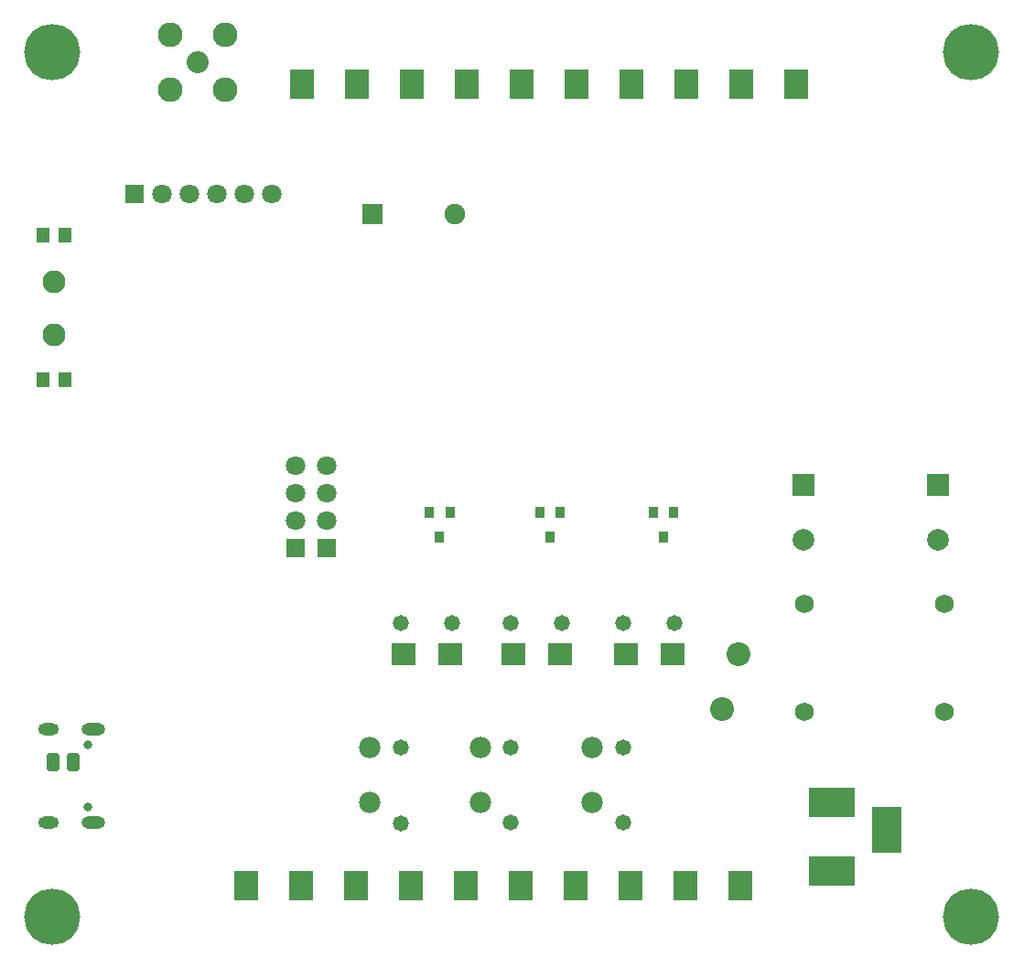
<source format=gbs>
G04*
G04 #@! TF.GenerationSoftware,Altium Limited,Altium Designer,18.0.11 (651)*
G04*
G04 Layer_Color=16711935*
%FSTAX24Y24*%
%MOIN*%
G70*
G01*
G75*
G04:AMPARAMS|DCode=58|XSize=47.4mil|YSize=63.9mil|CornerRadius=8.9mil|HoleSize=0mil|Usage=FLASHONLY|Rotation=180.000|XOffset=0mil|YOffset=0mil|HoleType=Round|Shape=RoundedRectangle|*
%AMROUNDEDRECTD58*
21,1,0.0474,0.0461,0,0,180.0*
21,1,0.0295,0.0639,0,0,180.0*
1,1,0.0178,-0.0148,0.0230*
1,1,0.0178,0.0148,0.0230*
1,1,0.0178,0.0148,-0.0230*
1,1,0.0178,-0.0148,-0.0230*
%
%ADD58ROUNDEDRECTD58*%
%ADD69C,0.0780*%
%ADD70R,0.1080X0.1680*%
%ADD71R,0.1680X0.1080*%
%ADD72C,0.0867*%
%ADD73C,0.0680*%
%ADD74R,0.0749X0.0749*%
%ADD75C,0.0749*%
%ADD76R,0.0867X0.1064*%
%ADD77R,0.0710X0.0710*%
%ADD78C,0.0710*%
%ADD79C,0.0580*%
%ADD80R,0.0710X0.0710*%
%ADD81C,0.0830*%
%ADD82C,0.0900*%
%ADD83C,0.0800*%
%ADD84R,0.0789X0.0789*%
%ADD85C,0.0789*%
%ADD86O,0.0749X0.0434*%
%ADD87O,0.0867X0.0434*%
%ADD88C,0.0316*%
%ADD89C,0.2049*%
%ADD119R,0.0356X0.0434*%
%ADD120R,0.0867X0.0789*%
%ADD121R,0.0474X0.0580*%
D58*
X015318Y0201D02*
D03*
X014582D02*
D03*
D69*
X0261Y02065D02*
D03*
Y01865D02*
D03*
X03015Y02065D02*
D03*
Y01865D02*
D03*
X0342Y02065D02*
D03*
Y01865D02*
D03*
D70*
X04495Y01765D02*
D03*
D71*
X04295Y01615D02*
D03*
Y01865D02*
D03*
D72*
X03895Y02205D02*
D03*
X03955Y02405D02*
D03*
D73*
X041932Y02195D02*
D03*
X04705D02*
D03*
X041932D02*
D03*
X04705D02*
D03*
X041932Y025887D02*
D03*
X04705D02*
D03*
D74*
X026197Y040084D02*
D03*
D75*
X029197Y040089D02*
D03*
D76*
X03365Y0448D02*
D03*
X03165D02*
D03*
X02765D02*
D03*
X02965D02*
D03*
X03765D02*
D03*
X03565D02*
D03*
X03965D02*
D03*
X04165D02*
D03*
X02565D02*
D03*
X02365D02*
D03*
X0396Y0156D02*
D03*
X0376D02*
D03*
X0216D02*
D03*
X0236D02*
D03*
X0276D02*
D03*
X0256D02*
D03*
X0336D02*
D03*
X0356D02*
D03*
X0316D02*
D03*
X0296D02*
D03*
D77*
X02455Y0279D02*
D03*
X0234Y027922D02*
D03*
D78*
X02455Y0289D02*
D03*
Y0299D02*
D03*
Y0309D02*
D03*
X0234Y030922D02*
D03*
Y029922D02*
D03*
Y028922D02*
D03*
X01855Y0408D02*
D03*
X01955D02*
D03*
X02055D02*
D03*
X02155D02*
D03*
X02255D02*
D03*
D79*
X03535Y0179D02*
D03*
Y020656D02*
D03*
X0372Y025183D02*
D03*
X03535D02*
D03*
X03125Y0179D02*
D03*
Y020656D02*
D03*
X0331Y025183D02*
D03*
X03125D02*
D03*
X027243Y025167D02*
D03*
X029093D02*
D03*
X027243Y020639D02*
D03*
Y017884D02*
D03*
D80*
X01755Y0408D02*
D03*
D81*
X0146Y037615D02*
D03*
Y035685D02*
D03*
D82*
X02085Y0446D02*
D03*
X01885D02*
D03*
Y0466D02*
D03*
X02085D02*
D03*
D83*
X01985Y0456D02*
D03*
D84*
X0419Y0302D02*
D03*
X0468D02*
D03*
D85*
X0419Y0282D02*
D03*
X0468D02*
D03*
D86*
X0144Y017897D02*
D03*
Y021303D02*
D03*
D87*
X016042Y017897D02*
D03*
Y021303D02*
D03*
D88*
X015849Y018462D02*
D03*
Y020738D02*
D03*
D89*
X01455Y014473D02*
D03*
X048015D02*
D03*
Y045969D02*
D03*
X01455D02*
D03*
D119*
X02865Y028297D02*
D03*
X028276Y029203D02*
D03*
X029024D02*
D03*
X03305D02*
D03*
X032302D02*
D03*
X032676Y028297D02*
D03*
X037174Y029203D02*
D03*
X036426D02*
D03*
X0368Y028297D02*
D03*
D120*
X029052Y02405D02*
D03*
X027348D02*
D03*
X031348D02*
D03*
X033052D02*
D03*
X035448D02*
D03*
X037152D02*
D03*
D121*
X015Y03405D02*
D03*
X0142D02*
D03*
X015Y0393D02*
D03*
X0142D02*
D03*
M02*

</source>
